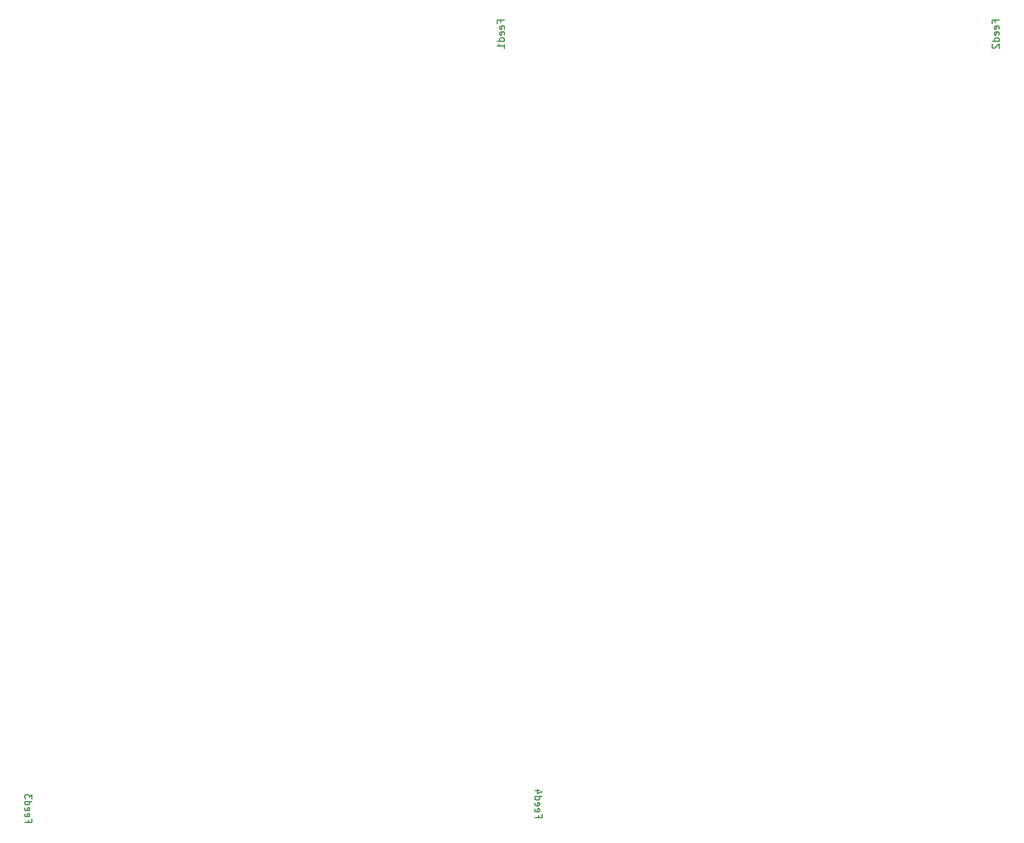
<source format=gbr>
%TF.GenerationSoftware,KiCad,Pcbnew,5.99.0-unknown-283d176cdc~117~ubuntu20.04.1*%
%TF.CreationDate,2021-02-27T15:30:38-06:00*%
%TF.ProjectId,FlatPanel4x4_tighter,466c6174-5061-46e6-956c-3478345f7469,rev?*%
%TF.SameCoordinates,Original*%
%TF.FileFunction,Legend,Bot*%
%TF.FilePolarity,Positive*%
%FSLAX46Y46*%
G04 Gerber Fmt 4.6, Leading zero omitted, Abs format (unit mm)*
G04 Created by KiCad (PCBNEW 5.99.0-unknown-283d176cdc~117~ubuntu20.04.1) date 2021-02-27 15:30:38*
%MOMM*%
%LPD*%
G01*
G04 APERTURE LIST*
%ADD10C,0.150000*%
G04 APERTURE END LIST*
D10*
%TO.C,Feed1*%
X92648571Y-67817142D02*
X92648571Y-67483809D01*
X93172380Y-67483809D02*
X92172380Y-67483809D01*
X92172380Y-67960000D01*
X93124761Y-68721904D02*
X93172380Y-68626666D01*
X93172380Y-68436190D01*
X93124761Y-68340952D01*
X93029523Y-68293333D01*
X92648571Y-68293333D01*
X92553333Y-68340952D01*
X92505714Y-68436190D01*
X92505714Y-68626666D01*
X92553333Y-68721904D01*
X92648571Y-68769523D01*
X92743809Y-68769523D01*
X92839047Y-68293333D01*
X93124761Y-69579047D02*
X93172380Y-69483809D01*
X93172380Y-69293333D01*
X93124761Y-69198095D01*
X93029523Y-69150476D01*
X92648571Y-69150476D01*
X92553333Y-69198095D01*
X92505714Y-69293333D01*
X92505714Y-69483809D01*
X92553333Y-69579047D01*
X92648571Y-69626666D01*
X92743809Y-69626666D01*
X92839047Y-69150476D01*
X93172380Y-70483809D02*
X92172380Y-70483809D01*
X93124761Y-70483809D02*
X93172380Y-70388571D01*
X93172380Y-70198095D01*
X93124761Y-70102857D01*
X93077142Y-70055238D01*
X92981904Y-70007619D01*
X92696190Y-70007619D01*
X92600952Y-70055238D01*
X92553333Y-70102857D01*
X92505714Y-70198095D01*
X92505714Y-70388571D01*
X92553333Y-70483809D01*
X93172380Y-71483809D02*
X93172380Y-70912380D01*
X93172380Y-71198095D02*
X92172380Y-71198095D01*
X92315238Y-71102857D01*
X92410476Y-71007619D01*
X92458095Y-70912380D01*
%TO.C,Feed3*%
X24863132Y-182352857D02*
X24863132Y-182686190D01*
X24339323Y-182686190D02*
X25339323Y-182686190D01*
X25339323Y-182210000D01*
X24386942Y-181448095D02*
X24339323Y-181543333D01*
X24339323Y-181733809D01*
X24386942Y-181829047D01*
X24482180Y-181876666D01*
X24863132Y-181876666D01*
X24958370Y-181829047D01*
X25005989Y-181733809D01*
X25005989Y-181543333D01*
X24958370Y-181448095D01*
X24863132Y-181400476D01*
X24767894Y-181400476D01*
X24672656Y-181876666D01*
X24386942Y-180590952D02*
X24339323Y-180686190D01*
X24339323Y-180876666D01*
X24386942Y-180971904D01*
X24482180Y-181019523D01*
X24863132Y-181019523D01*
X24958370Y-180971904D01*
X25005989Y-180876666D01*
X25005989Y-180686190D01*
X24958370Y-180590952D01*
X24863132Y-180543333D01*
X24767894Y-180543333D01*
X24672656Y-181019523D01*
X24339323Y-179686190D02*
X25339323Y-179686190D01*
X24386942Y-179686190D02*
X24339323Y-179781428D01*
X24339323Y-179971904D01*
X24386942Y-180067142D01*
X24434561Y-180114761D01*
X24529799Y-180162380D01*
X24815513Y-180162380D01*
X24910751Y-180114761D01*
X24958370Y-180067142D01*
X25005989Y-179971904D01*
X25005989Y-179781428D01*
X24958370Y-179686190D01*
X25339323Y-179305238D02*
X25339323Y-178686190D01*
X24958370Y-179019523D01*
X24958370Y-178876666D01*
X24910751Y-178781428D01*
X24863132Y-178733809D01*
X24767894Y-178686190D01*
X24529799Y-178686190D01*
X24434561Y-178733809D01*
X24386942Y-178781428D01*
X24339323Y-178876666D01*
X24339323Y-179162380D01*
X24386942Y-179257619D01*
X24434561Y-179305238D01*
%TO.C,Feed4*%
X98071428Y-181642857D02*
X98071428Y-181976190D01*
X97547619Y-181976190D02*
X98547619Y-181976190D01*
X98547619Y-181500000D01*
X97595238Y-180738095D02*
X97547619Y-180833333D01*
X97547619Y-181023809D01*
X97595238Y-181119047D01*
X97690476Y-181166666D01*
X98071428Y-181166666D01*
X98166666Y-181119047D01*
X98214285Y-181023809D01*
X98214285Y-180833333D01*
X98166666Y-180738095D01*
X98071428Y-180690476D01*
X97976190Y-180690476D01*
X97880952Y-181166666D01*
X97595238Y-179880952D02*
X97547619Y-179976190D01*
X97547619Y-180166666D01*
X97595238Y-180261904D01*
X97690476Y-180309523D01*
X98071428Y-180309523D01*
X98166666Y-180261904D01*
X98214285Y-180166666D01*
X98214285Y-179976190D01*
X98166666Y-179880952D01*
X98071428Y-179833333D01*
X97976190Y-179833333D01*
X97880952Y-180309523D01*
X97547619Y-178976190D02*
X98547619Y-178976190D01*
X97595238Y-178976190D02*
X97547619Y-179071428D01*
X97547619Y-179261904D01*
X97595238Y-179357142D01*
X97642857Y-179404761D01*
X97738095Y-179452380D01*
X98023809Y-179452380D01*
X98119047Y-179404761D01*
X98166666Y-179357142D01*
X98214285Y-179261904D01*
X98214285Y-179071428D01*
X98166666Y-178976190D01*
X98214285Y-178071428D02*
X97547619Y-178071428D01*
X98595238Y-178309523D02*
X97880952Y-178547619D01*
X97880952Y-177928571D01*
%TO.C,Feed2*%
X163628571Y-67817142D02*
X163628571Y-67483809D01*
X164152380Y-67483809D02*
X163152380Y-67483809D01*
X163152380Y-67960000D01*
X164104761Y-68721904D02*
X164152380Y-68626666D01*
X164152380Y-68436190D01*
X164104761Y-68340952D01*
X164009523Y-68293333D01*
X163628571Y-68293333D01*
X163533333Y-68340952D01*
X163485714Y-68436190D01*
X163485714Y-68626666D01*
X163533333Y-68721904D01*
X163628571Y-68769523D01*
X163723809Y-68769523D01*
X163819047Y-68293333D01*
X164104761Y-69579047D02*
X164152380Y-69483809D01*
X164152380Y-69293333D01*
X164104761Y-69198095D01*
X164009523Y-69150476D01*
X163628571Y-69150476D01*
X163533333Y-69198095D01*
X163485714Y-69293333D01*
X163485714Y-69483809D01*
X163533333Y-69579047D01*
X163628571Y-69626666D01*
X163723809Y-69626666D01*
X163819047Y-69150476D01*
X164152380Y-70483809D02*
X163152380Y-70483809D01*
X164104761Y-70483809D02*
X164152380Y-70388571D01*
X164152380Y-70198095D01*
X164104761Y-70102857D01*
X164057142Y-70055238D01*
X163961904Y-70007619D01*
X163676190Y-70007619D01*
X163580952Y-70055238D01*
X163533333Y-70102857D01*
X163485714Y-70198095D01*
X163485714Y-70388571D01*
X163533333Y-70483809D01*
X163247619Y-70912380D02*
X163200000Y-70960000D01*
X163152380Y-71055238D01*
X163152380Y-71293333D01*
X163200000Y-71388571D01*
X163247619Y-71436190D01*
X163342857Y-71483809D01*
X163438095Y-71483809D01*
X163580952Y-71436190D01*
X164152380Y-70864761D01*
X164152380Y-71483809D01*
%TD*%
M02*

</source>
